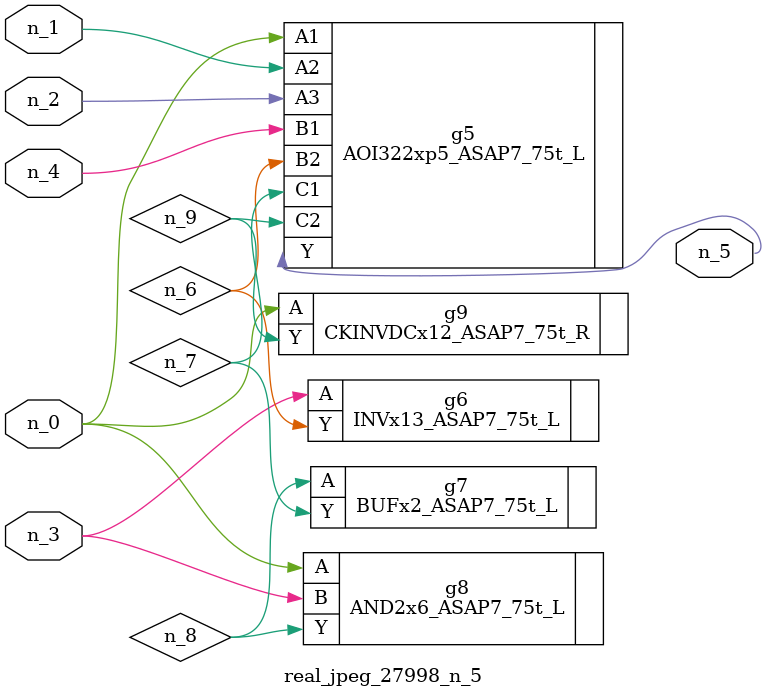
<source format=v>
module real_jpeg_27998_n_5 (n_4, n_0, n_1, n_2, n_3, n_5);

input n_4;
input n_0;
input n_1;
input n_2;
input n_3;

output n_5;

wire n_8;
wire n_6;
wire n_7;
wire n_9;

AOI322xp5_ASAP7_75t_L g5 ( 
.A1(n_0),
.A2(n_1),
.A3(n_2),
.B1(n_4),
.B2(n_6),
.C1(n_7),
.C2(n_9),
.Y(n_5)
);

AND2x6_ASAP7_75t_L g8 ( 
.A(n_0),
.B(n_3),
.Y(n_8)
);

CKINVDCx12_ASAP7_75t_R g9 ( 
.A(n_0),
.Y(n_9)
);

INVx13_ASAP7_75t_L g6 ( 
.A(n_3),
.Y(n_6)
);

BUFx2_ASAP7_75t_L g7 ( 
.A(n_8),
.Y(n_7)
);


endmodule
</source>
